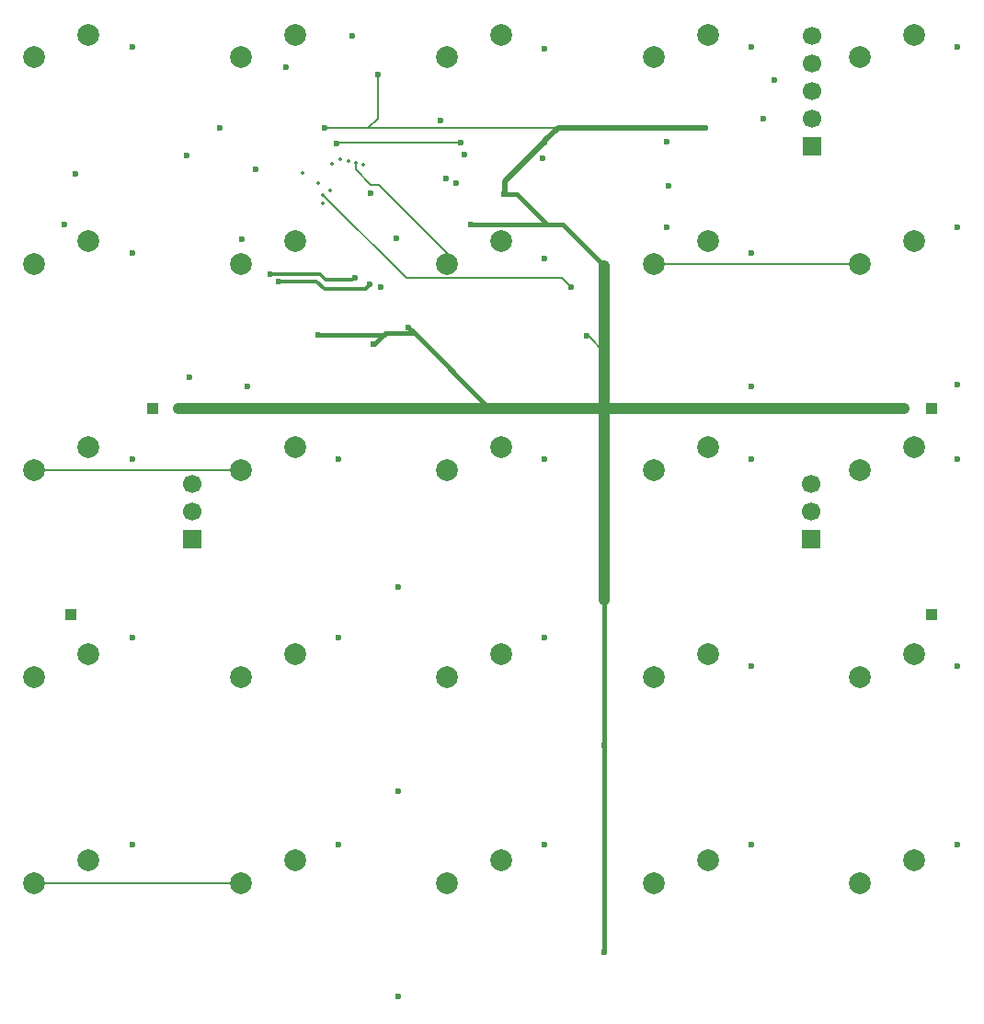
<source format=gbr>
%TF.GenerationSoftware,KiCad,Pcbnew,9.0.2*%
%TF.CreationDate,2026-01-27T21:16:03+01:00*%
%TF.ProjectId,Keymodule,4b65796d-6f64-4756-9c65-2e6b69636164,rev?*%
%TF.SameCoordinates,Original*%
%TF.FileFunction,Copper,L3,Inr*%
%TF.FilePolarity,Positive*%
%FSLAX46Y46*%
G04 Gerber Fmt 4.6, Leading zero omitted, Abs format (unit mm)*
G04 Created by KiCad (PCBNEW 9.0.2) date 2026-01-27 21:16:03*
%MOMM*%
%LPD*%
G01*
G04 APERTURE LIST*
%TA.AperFunction,ComponentPad*%
%ADD10R,1.700000X1.700000*%
%TD*%
%TA.AperFunction,ComponentPad*%
%ADD11C,1.700000*%
%TD*%
%TA.AperFunction,ComponentPad*%
%ADD12R,1.000000X1.000000*%
%TD*%
%TA.AperFunction,ComponentPad*%
%ADD13C,2.000000*%
%TD*%
%TA.AperFunction,ViaPad*%
%ADD14C,0.600000*%
%TD*%
%TA.AperFunction,ViaPad*%
%ADD15C,1.000000*%
%TD*%
%TA.AperFunction,ViaPad*%
%ADD16C,0.350000*%
%TD*%
%TA.AperFunction,Conductor*%
%ADD17C,0.200000*%
%TD*%
%TA.AperFunction,Conductor*%
%ADD18C,0.400000*%
%TD*%
%TA.AperFunction,Conductor*%
%ADD19C,1.000000*%
%TD*%
%TA.AperFunction,Conductor*%
%ADD20C,0.500000*%
%TD*%
%TA.AperFunction,Conductor*%
%ADD21C,0.300000*%
%TD*%
G04 APERTURE END LIST*
D10*
%TO.N,potSig*%
%TO.C,J3*%
X71500000Y-102560000D03*
D11*
%TO.N,SDA*%
X71500000Y-100020000D03*
%TO.N,SCL*%
X71500000Y-97480000D03*
%TD*%
D12*
%TO.N,GND*%
%TO.C,GND*%
X139600000Y-109500000D03*
%TD*%
%TO.N,+5V*%
%TO.C,5V*%
X139600000Y-90500000D03*
%TD*%
%TO.N,+5V*%
%TO.C,5V*%
X67900000Y-90500000D03*
%TD*%
D10*
%TO.N,+5V*%
%TO.C,REF\u002A\u002A*%
X128600000Y-66400000D03*
D11*
%TO.N,Net-(J11-Pin_4)*%
X128600000Y-63860000D03*
%TO.N,Net-(J11-Pin_3)*%
X128600000Y-61320000D03*
%TO.N,GND*%
X128600000Y-58780000D03*
%TO.N,N/C*%
X128600000Y-56240000D03*
%TD*%
D12*
%TO.N,GND*%
%TO.C,GND*%
X60400000Y-109500000D03*
%TD*%
D13*
%TO.N,Net-(D20-K)*%
%TO.C,M_SW18*%
X81000000Y-94100000D03*
%TO.N,col2*%
X76000000Y-96200000D03*
%TD*%
%TO.N,Net-(D4-K)*%
%TO.C,M_SW2*%
X138000000Y-75100000D03*
%TO.N,col1*%
X133000000Y-77200000D03*
%TD*%
%TO.N,Net-(D23-K)*%
%TO.C,M_SW21*%
X62000000Y-56100000D03*
%TO.N,col0*%
X57000000Y-58200000D03*
%TD*%
%TO.N,Net-(D22-K)*%
%TO.C,M_SW20*%
X81000000Y-132100000D03*
%TO.N,col4*%
X76000000Y-134200000D03*
%TD*%
%TO.N,Net-(D11-K)*%
%TO.C,M_SW9*%
X119000000Y-113100000D03*
%TO.N,col3*%
X114000000Y-115200000D03*
%TD*%
%TO.N,Net-(D8-K)*%
%TO.C,M_SW6*%
X119000000Y-56100000D03*
%TO.N,col0*%
X114000000Y-58200000D03*
%TD*%
%TO.N,Net-(D7-K)*%
%TO.C,M_SW5*%
X138000000Y-132100000D03*
%TO.N,col4*%
X133000000Y-134200000D03*
%TD*%
%TO.N,Net-(D21-K)*%
%TO.C,M_SW19*%
X81000000Y-113100000D03*
%TO.N,col3*%
X76000000Y-115200000D03*
%TD*%
%TO.N,Net-(D10-K)*%
%TO.C,M_SW8*%
X119000000Y-94100000D03*
%TO.N,col2*%
X114000000Y-96200000D03*
%TD*%
%TO.N,Net-(D14-K)*%
%TO.C,M_SW12*%
X100000000Y-75100000D03*
%TO.N,col1*%
X95000000Y-77200000D03*
%TD*%
%TO.N,Net-(D25-K)*%
%TO.C,M_SW23*%
X62000000Y-94100000D03*
%TO.N,col2*%
X57000000Y-96200000D03*
%TD*%
%TO.N,Net-(D13-K)*%
%TO.C,M_SW11*%
X100000000Y-56100000D03*
%TO.N,col0*%
X95000000Y-58200000D03*
%TD*%
%TO.N,Net-(D18-K)*%
%TO.C,M_SW16*%
X81000000Y-56100000D03*
%TO.N,col0*%
X76000000Y-58200000D03*
%TD*%
%TO.N,Net-(D9-K)*%
%TO.C,M_SW7*%
X119000000Y-75100000D03*
%TO.N,col1*%
X114000000Y-77200000D03*
%TD*%
%TO.N,Net-(D5-K)*%
%TO.C,M_SW3*%
X138000000Y-94100000D03*
%TO.N,col2*%
X133000000Y-96200000D03*
%TD*%
%TO.N,Net-(D26-K)*%
%TO.C,M_SW24*%
X62000000Y-113100000D03*
%TO.N,col3*%
X57000000Y-115200000D03*
%TD*%
%TO.N,Net-(D16-K)*%
%TO.C,M_SW14*%
X100000000Y-113100000D03*
%TO.N,col3*%
X95000000Y-115200000D03*
%TD*%
D10*
%TO.N,potSig*%
%TO.C,J6*%
X128500000Y-102560000D03*
D11*
%TO.N,SDA*%
X128500000Y-100020000D03*
%TO.N,SCL*%
X128500000Y-97480000D03*
%TD*%
D13*
%TO.N,Net-(D50-K)*%
%TO.C,M_SW25*%
X62000000Y-132100000D03*
%TO.N,col4*%
X57000000Y-134200000D03*
%TD*%
%TO.N,Net-(D17-K)*%
%TO.C,M_SW15*%
X100000000Y-132100000D03*
%TO.N,col4*%
X95000000Y-134200000D03*
%TD*%
%TO.N,Net-(D6-K)*%
%TO.C,M_SW4*%
X138000000Y-113100000D03*
%TO.N,col3*%
X133000000Y-115200000D03*
%TD*%
%TO.N,Net-(D15-K)*%
%TO.C,M_SW13*%
X100000000Y-94100000D03*
%TO.N,col2*%
X95000000Y-96200000D03*
%TD*%
%TO.N,Net-(D3-K)*%
%TO.C,M_SW1*%
X138000000Y-56100000D03*
%TO.N,col0*%
X133000000Y-58200000D03*
%TD*%
%TO.N,Net-(D12-K)*%
%TO.C,M_SW10*%
X119000000Y-132100000D03*
%TO.N,col4*%
X114000000Y-134200000D03*
%TD*%
%TO.N,Net-(D19-K)*%
%TO.C,M_SW17*%
X81000000Y-75100000D03*
%TO.N,col1*%
X76000000Y-77200000D03*
%TD*%
%TO.N,Net-(D24-K)*%
%TO.C,M_SW22*%
X62000000Y-75100000D03*
%TO.N,col1*%
X57000000Y-77200000D03*
%TD*%
D14*
%TO.N,GND*%
X118800000Y-64700000D03*
%TO.N,+5V*%
X115400000Y-70000000D03*
X96600000Y-67100000D03*
X77400000Y-68501000D03*
X71300000Y-87600000D03*
X90500000Y-106900000D03*
X90500000Y-144600000D03*
X59800000Y-73600000D03*
X60800000Y-68900000D03*
X90500000Y-125700000D03*
%TO.N,GND*%
X104000000Y-66000000D03*
X71000000Y-67200000D03*
X91464156Y-83034315D03*
X74100000Y-64700000D03*
X107900000Y-83800000D03*
D15*
X109500000Y-108100000D03*
D14*
X83700000Y-64700000D03*
D15*
X109500000Y-77400000D03*
D14*
X83100000Y-83700000D03*
X109500000Y-140506161D03*
X109500000Y-121500000D03*
X88211465Y-84589950D03*
X90300000Y-74800000D03*
X100200000Y-70800000D03*
X88600000Y-59800000D03*
X88000000Y-70700000D03*
X97200000Y-73600000D03*
%TO.N,+3.3V*%
X80200000Y-59100000D03*
X94400000Y-64000000D03*
%TO.N,row0*%
X115200000Y-73800000D03*
X142000000Y-130600000D03*
X142000000Y-57200000D03*
X142000000Y-88300000D03*
X142000000Y-114200000D03*
X142000000Y-95200000D03*
D16*
X83575000Y-71600000D03*
D14*
X142000000Y-73800000D03*
%TO.N,row1*%
X106400000Y-79300000D03*
D16*
X83594742Y-70819742D03*
D14*
X123000000Y-95200000D03*
X123000000Y-76200000D03*
X123000000Y-57200000D03*
X123000000Y-130600000D03*
X123000000Y-114200000D03*
X123000000Y-88500000D03*
D16*
%TO.N,row2*%
X84226000Y-70400000D03*
D14*
X104000000Y-111600000D03*
X104000000Y-76700000D03*
X104000000Y-95200000D03*
X104000000Y-57401000D03*
X104000000Y-130600000D03*
%TO.N,row3*%
X76100000Y-74900000D03*
X85000000Y-130600000D03*
X85000000Y-111600000D03*
D16*
X83100000Y-69800000D03*
D14*
X85000000Y-95200000D03*
X86300000Y-56200000D03*
%TO.N,row4*%
X66000000Y-57200000D03*
X66000000Y-95200000D03*
X66000000Y-76200000D03*
X66000000Y-130600000D03*
X66000000Y-111600000D03*
D16*
X81700000Y-68800000D03*
D14*
%TO.N,potSig*%
X76600000Y-88500000D03*
X88900000Y-79300000D03*
%TO.N,SCL*%
X79500000Y-78800000D03*
X87900000Y-79100000D03*
%TO.N,SDA*%
X86500000Y-78500000D03*
X78700000Y-78100000D03*
%TO.N,Net-(L2-DOUT)*%
X84800000Y-66100000D03*
X96300000Y-66000000D03*
%TO.N,Net-(L3-DOUT)*%
X103800000Y-67500000D03*
X115200000Y-65950000D03*
D16*
%TO.N,col0*%
X87300000Y-68100000D03*
%TO.N,col1*%
X86600000Y-67900000D03*
%TO.N,col2*%
X85900000Y-67700000D03*
%TO.N,col3*%
X85200000Y-67600000D03*
%TO.N,col4*%
X84400000Y-68000000D03*
D14*
%TO.N,USB_D+*%
X125100000Y-60300000D03*
X94900000Y-69300000D03*
%TO.N,USB_D-*%
X95800000Y-69800000D03*
X124100000Y-63800000D03*
%TD*%
D17*
%TO.N,GND*%
X100200000Y-70800000D02*
X100300000Y-70700000D01*
X103900000Y-66000000D02*
X104000000Y-66000000D01*
X108000000Y-83800000D02*
X109500000Y-85300000D01*
X88600000Y-63800000D02*
X87700000Y-64700000D01*
D18*
X91464156Y-83064156D02*
X92000000Y-83600000D01*
D17*
X107900000Y-83800000D02*
X108000000Y-83800000D01*
D18*
X101400000Y-70800000D02*
X104200000Y-73600000D01*
D17*
X105200000Y-64700000D02*
X86100000Y-64700000D01*
X105600000Y-73600000D02*
X105700000Y-73600000D01*
D18*
X105700000Y-73600000D02*
X109500000Y-77400000D01*
D19*
X98900000Y-90500000D02*
X70300000Y-90500000D01*
D18*
X100200000Y-70800000D02*
X101400000Y-70800000D01*
X109500000Y-108100000D02*
X109500000Y-121500000D01*
D19*
X109500000Y-108100000D02*
X109500000Y-90500000D01*
D18*
X83100000Y-83700000D02*
X89200000Y-83700000D01*
D17*
X91464156Y-83034315D02*
X91464156Y-83064156D01*
X104000000Y-66000000D02*
X104000000Y-65900000D01*
X88600000Y-59800000D02*
X88600000Y-63800000D01*
D19*
X98900000Y-90500000D02*
X109500000Y-90500000D01*
X109500000Y-90500000D02*
X137100000Y-90500000D01*
D18*
X97200000Y-73600000D02*
X105600000Y-73600000D01*
D20*
X100300000Y-69600000D02*
X103900000Y-66000000D01*
D18*
X89300000Y-83600000D02*
X92000000Y-83600000D01*
X104200000Y-73600000D02*
X105600000Y-73600000D01*
D17*
X87700000Y-64700000D02*
X86100000Y-64700000D01*
D20*
X100300000Y-70700000D02*
X100300000Y-69600000D01*
D19*
X109500000Y-90500000D02*
X109500000Y-85300000D01*
D18*
X88310050Y-84589950D02*
X89300000Y-83600000D01*
X89200000Y-83700000D02*
X89300000Y-83600000D01*
X109500000Y-121500000D02*
X109500000Y-140506161D01*
D20*
X104000000Y-65900000D02*
X105200000Y-64700000D01*
D17*
X88211465Y-84589950D02*
X88310050Y-84589950D01*
X86100000Y-64700000D02*
X83700000Y-64700000D01*
D19*
X109500000Y-85300000D02*
X109500000Y-77400000D01*
D17*
%TO.N,row1*%
X105599000Y-78501000D02*
X91276000Y-78501000D01*
X106400000Y-79300000D02*
X106398000Y-79300000D01*
X91276000Y-78501000D02*
X83594742Y-70819742D01*
X106398000Y-79300000D02*
X105599000Y-78501000D01*
D21*
%TO.N,SCL*%
X83700000Y-79500000D02*
X83000000Y-78800000D01*
X87900000Y-79100000D02*
X87500000Y-79500000D01*
X87500000Y-79500000D02*
X83700000Y-79500000D01*
X83000000Y-78800000D02*
X79500000Y-78800000D01*
D17*
%TO.N,SDA*%
X86500000Y-78500000D02*
X86400000Y-78500000D01*
D21*
X83843422Y-78643422D02*
X83300000Y-78100000D01*
X83300000Y-78100000D02*
X78700000Y-78100000D01*
X86256578Y-78643422D02*
X83843422Y-78643422D01*
D17*
X86400000Y-78500000D02*
X86256578Y-78643422D01*
%TO.N,Net-(L2-DOUT)*%
X84900000Y-66000000D02*
X96300000Y-66000000D01*
%TO.N,col1*%
X95000000Y-76200000D02*
X95000000Y-77200000D01*
X86600000Y-67900000D02*
X86600000Y-68500000D01*
X133000000Y-77200000D02*
X114000000Y-77200000D01*
X86600000Y-68500000D02*
X88000000Y-69900000D01*
X88000000Y-69900000D02*
X88700000Y-69900000D01*
X88700000Y-69900000D02*
X95000000Y-76200000D01*
%TO.N,col2*%
X57000000Y-96200000D02*
X76000000Y-96200000D01*
%TO.N,col4*%
X57000000Y-134200000D02*
X76000000Y-134200000D01*
D18*
%TO.N,GND*%
X92000000Y-83600000D02*
X98900000Y-90500000D01*
D20*
X118800000Y-64700000D02*
X105200000Y-64700000D01*
%TD*%
M02*

</source>
